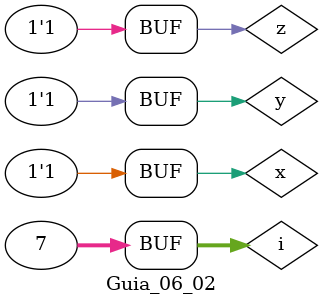
<source format=v>
/*
* Aluno: Pedro Henrique Lima Carvalho
* Matricula: 651230
* Arquitetura 1 - Tarde
* Guia_06 Exercicio 02.
*/
module a (output s, control, input x, y, z);
assign s = (x|y|z)&(~x|~y);
assign control = (x|y|z)&(~x|~y|z)&(~x|~y|~z);
endmodule

module b (output s, control, input x, y, z);
assign s = (y|~z)&(~x|~z);
assign control = (x|y|~z)&(~x|y|~z)&(~x|~y|~z);
endmodule

module c (output s, control, input x, y, z);
assign s = ~z;
assign control = (x|y|~z)&(x|~y|~z)&(~x|y|~z)&(~x|~y|~z);
endmodule

module d (output s, control, input x, y, z);
assign s = (x|y)&(~x|y);
assign control = (x|y|z)&(x|y|~z)&(~x|y|z)&(~x|y|~z);
endmodule

module e (output s, control, input x, y, z);
assign s = (~x|~y|z)&(x|~z)&(y|~z);
assign control = (x|y|~z)&(x|~y|~z)&(~x|y|~z)&(~x|~y|z);
endmodule

module Guia_06_02;
// define data
reg x, y, z;
integer i;
wire sa, ca, sb, cb, sc, cc, sd, cd, se, ce;

//instantiate
a a1 (sa, ca, x, y, z);
b b1 (sb, cb, x, y, z);
c c1 (sc, cc, x, y, z);
d d1 (sd, cd, x, y, z);
e e1 (se, ce, x, y, z);

// initial values
initial
begin : start
x=1'b0; y=1'b0; z=1'b0; i=0;
end

//main
initial
begin : main
//id
$display("Guia 06 Ex. 02");

//monitor
$display("\na) πM(0,6,7)");
$display(" Reduzida: (X+Y+Z).(X'+Y')");
$display(" Controle: (X+Y+Z).(X'+Y'+Z).(X'+Y'+Z')");


$display(" M | Reduzida | Controle");
$monitor(" %0d |    %b     |    %b", i, sa, ca);

//signals
#1 x=0; y=0; z=1; i=1;
#1 x=0; y=1; z=0; i=2;
#1 x=0; y=1; z=1; i=3;
#1 x=1; y=0; z=0; i=4;
#1 x=1; y=0; z=1; i=5;
#1 x=1; y=1; z=0; i=6;
#1 x=1; y=1; z=1; i=7;

//first signal b
#1 x=0; y=0; z=0; i=0;

//monitor
$display("\nb) πM(1,5,7)");
$display(" Reduzida: (Y+Z').(X'.Z')");
$display(" Controle: (X+Y+Z').(X'+Y+Z').(X'+Y'+Z')");

$display(" M | Reduzida | Controle");
$monitor(" %0d |    %b     |    %b", i, sb, cb);

//signals
#1 x=0; y=0; z=1; i=1;
#1 x=0; y=1; z=0; i=2;
#1 x=0; y=1; z=1; i=3;
#1 x=1; y=0; z=0; i=4;
#1 x=1; y=0; z=1; i=5;
#1 x=1; y=1; z=0; i=6;
#1 x=1; y=1; z=1; i=7;

//first signal c
#1 x=0; y=0; z=0; i=0;

//monitor
$display("\nc) πM(1,3,5,7)");
$display(" Reduzida: Z'");
$display(" Controle: (X+Y+Z').(X+Y'+Z').(X'+Y+Z').(X'+Y'+Z')");

$display(" M | Reduzida | Controle");
$monitor(" %0d |    %b     |    %b", i, sc, cc);

//signals
#1 x=0; y=0; z=1; i=1;
#1 x=0; y=1; z=0; i=2;
#1 x=0; y=1; z=1; i=3;
#1 x=1; y=0; z=0; i=4;
#1 x=1; y=0; z=1; i=5;
#1 x=1; y=1; z=0; i=6;
#1 x=1; y=1; z=1; i=7;

//first signal d
#1 x=0; y=0; z=0; i=0;

//monitor
$display("\nd) πM(0,1,4,5)");
$display(" Reduzida: (X+Y).(X'+Y)");
$display(" Controle: (X+Y+Z).(X+Y+Z').(X'+Y+Z).(X'+Y+Z')");

$display(" M | Reduzida | Controle");
$monitor(" %0d |    %b     |    %b", i, sd, cd);

//signals
#1 x=0; y=0; z=1; i=1;
#1 x=0; y=1; z=0; i=2;
#1 x=0; y=1; z=1; i=3;
#1 x=1; y=0; z=0; i=4;
#1 x=1; y=0; z=1; i=5;
#1 x=1; y=1; z=0; i=6;
#1 x=1; y=1; z=1; i=7;

//first signal e
#1 x=0; y=0; z=0; i=0;

//monitor
$display("\nd) πM(1,3,5,6)");
$display(" Reduzida: (X'+Y'+Z).(X+Z').(Y+Z')");
$display(" Controle: (X+Y+Z').(X+Y'+Z').(X'+Y+Z').(X'+Y'+Z)");

$display(" M | Reduzida | Controle");
$monitor(" %0d |    %b     |    %b", i, se, ce);

//signals
#1 x=0; y=0; z=1; i=1;
#1 x=0; y=1; z=0; i=2;
#1 x=0; y=1; z=1; i=3;
#1 x=1; y=0; z=0; i=4;
#1 x=1; y=0; z=1; i=5;
#1 x=1; y=1; z=0; i=6;
#1 x=1; y=1; z=1; i=7;

end // main
endmodule // Guia

</source>
